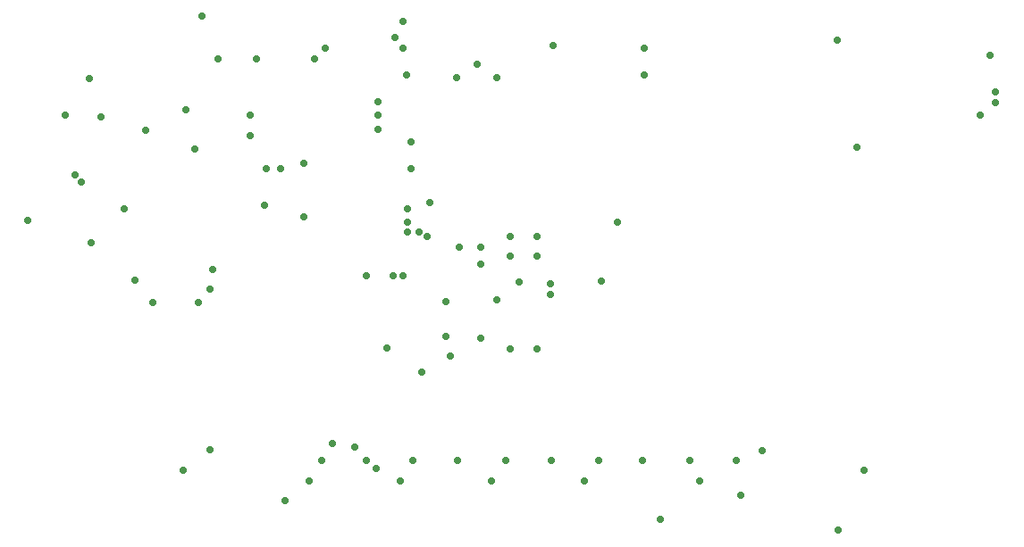
<source format=gbr>
%TF.GenerationSoftware,Altium Limited,Altium Designer,23.8.1 (32)*%
G04 Layer_Color=5220458*
%FSLAX26Y26*%
%MOIN*%
%TF.SameCoordinates,6B68F3FB-407B-423E-831D-AB1AF3CCE0D2*%
%TF.FilePolarity,Positive*%
%TF.FileFunction,Other,Bottom_Tenting*%
%TF.Part,Single*%
G01*
G75*
%TA.AperFunction,SMDPad,CuDef*%
%ADD113C,0.028000*%
D113*
X450000Y800000D02*
D03*
Y900000D02*
D03*
X100000Y-19690D02*
D03*
X-100000Y-39370D02*
D03*
X-160000Y-181496D02*
D03*
Y93504D02*
D03*
X-53150Y-221850D02*
D03*
X50000D02*
D03*
X-275000Y-250000D02*
D03*
X-53150Y196850D02*
D03*
X50000D02*
D03*
X-436024Y213976D02*
D03*
X-589566Y50000D02*
D03*
X-487204D02*
D03*
X-450000D02*
D03*
X-1172980Y-600000D02*
D03*
X-1270000Y-675000D02*
D03*
X1270000D02*
D03*
X889520Y-602500D02*
D03*
X616920Y-640000D02*
D03*
X656082Y-715550D02*
D03*
X-800000D02*
D03*
X-754146Y-640000D02*
D03*
X-414330D02*
D03*
X-120630Y-716000D02*
D03*
X-460000Y-715550D02*
D03*
X-66646Y-640000D02*
D03*
X277104D02*
D03*
X225000Y-716000D02*
D03*
X1240963Y529330D02*
D03*
X-450000Y1000000D02*
D03*
Y900000D02*
D03*
X-350000Y324686D02*
D03*
X-160000Y156496D02*
D03*
X-241168D02*
D03*
X-436024Y249990D02*
D03*
X-1386610Y-50000D02*
D03*
X-1490000Y300000D02*
D03*
X-1850000Y258270D02*
D03*
X-1450000Y33270D02*
D03*
X-1613390Y175000D02*
D03*
X-1213390Y-50000D02*
D03*
X1172980Y-900000D02*
D03*
X-381496Y-308090D02*
D03*
X-290000Y-44606D02*
D03*
Y-176102D02*
D03*
X-53150Y125000D02*
D03*
X50000D02*
D03*
X-19690Y26890D02*
D03*
X290000Y30000D02*
D03*
X110000Y910568D02*
D03*
X1760000Y738326D02*
D03*
X1701870Y650000D02*
D03*
X1760000Y698685D02*
D03*
X1737008Y875000D02*
D03*
X-175000Y840000D02*
D03*
X-100000Y791043D02*
D03*
X-250000D02*
D03*
X1168580Y930000D02*
D03*
X102254Y-640000D02*
D03*
X442254D02*
D03*
X792254D02*
D03*
X-247746D02*
D03*
X-587746D02*
D03*
X-512796Y-220482D02*
D03*
X-1020000Y575000D02*
D03*
Y650000D02*
D03*
X-1200000Y1020000D02*
D03*
X-480000Y940000D02*
D03*
X-545670Y596760D02*
D03*
Y650000D02*
D03*
Y700000D02*
D03*
X-740000Y900000D02*
D03*
X-433347Y301182D02*
D03*
X100000Y19690D02*
D03*
X-780118Y860000D02*
D03*
X-1160000Y75000D02*
D03*
X350000Y250000D02*
D03*
X-1140000Y860000D02*
D03*
X-997320D02*
D03*
X-1579685Y642362D02*
D03*
X-1260000Y670000D02*
D03*
X-1410000Y595118D02*
D03*
X-1170770Y0D02*
D03*
X-439728Y800000D02*
D03*
X-962795Y451181D02*
D03*
X-967520Y312800D02*
D03*
X-1228500Y522685D02*
D03*
X-909252Y451181D02*
D03*
X-1675000Y425900D02*
D03*
X-1650000Y400000D02*
D03*
X-420000Y550000D02*
D03*
Y450000D02*
D03*
X-1620096Y786526D02*
D03*
X-1711181Y649189D02*
D03*
X-890000Y-790000D02*
D03*
X-550000Y-670000D02*
D03*
X-391106Y213976D02*
D03*
X-360777Y198789D02*
D03*
X510000Y-860000D02*
D03*
X-823189Y269485D02*
D03*
Y470000D02*
D03*
X810000Y-769685D02*
D03*
X-716438Y-577500D02*
D03*
X-630000Y-590000D02*
D03*
%TF.MD5,3c07289f655aa03c06c8ed4dd36d6a5b*%
M02*

</source>
